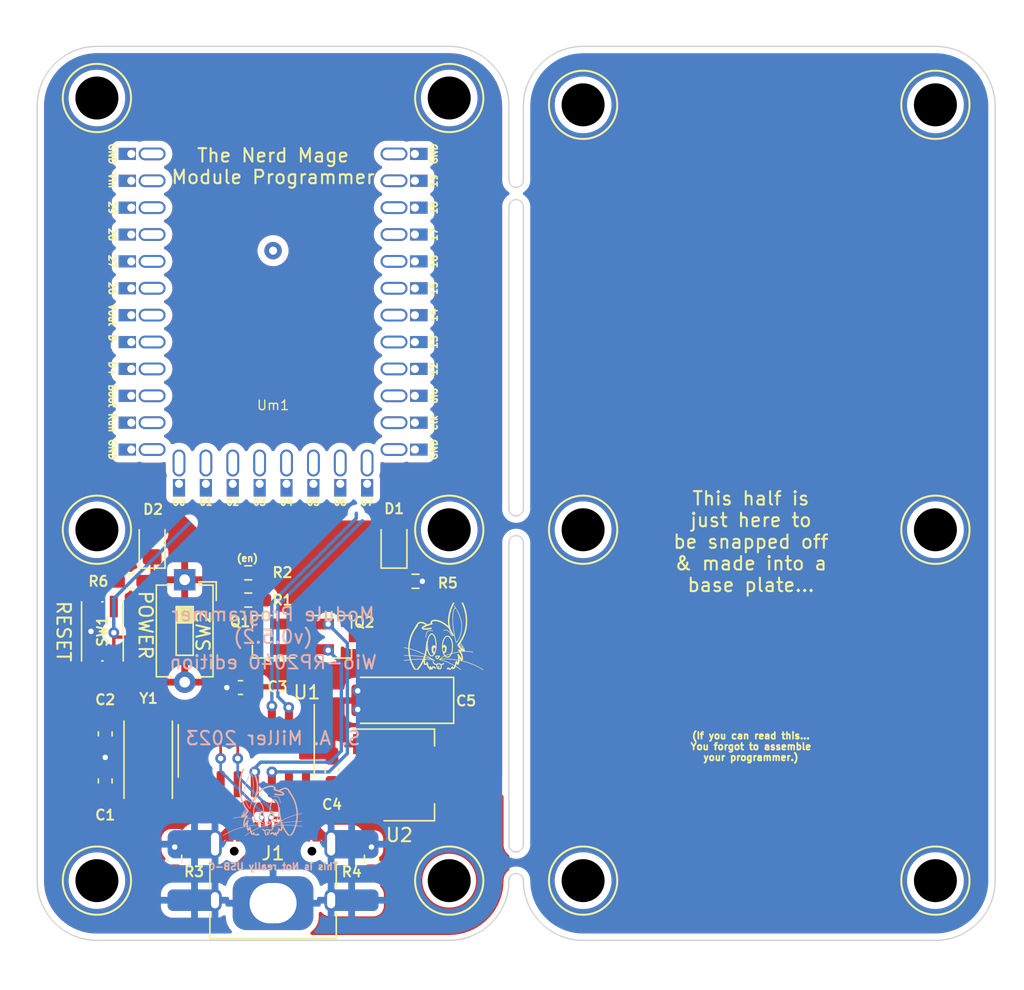
<source format=kicad_pcb>
(kicad_pcb (version 20211014) (generator pcbnew)
  (layers (0 "F.Cu" signal) (31 "B.Cu" signal) (34 "B.Paste" user) (35 "F.Paste" user) (36 "B.SilkS" user "B.Silkscreen") (37 "F.SilkS" user "F.Silkscreen") (38 "B.Mask" user) (39 "F.Mask" user) (44 "Edge.Cuts" user))
  (net 0 "")
  (net 1 "GND")
  (net 2 "Net-(C1-Pad1)")
  (net 3 "Net-(C2-Pad1)")
  (net 4 "RxD")
  (net 5 "TxD")
  (net 6 "RST")
  (net 7 "io0")
  (net 8 "DCD")
  (net 9 "RI")
  (net 10 "DSR")
  (net 11 "CTS")
  (net 12 "DTR")
  (net 13 "RTS")
  (net 14 "Vcc")
  (net 15 "UD+")
  (net 16 "UD-")
  (net 17 "+3.3V")
  (net 19 "EN")
  (net 20 "Vsw")
  (net 23 "CC1")
  (net 24 "CC2")
  (net 25 "Net-(D1-Pad1)")
  (net 26 "Net-(D2-Pad1)")
  (footprint "Tinker:Mount" (layer "F.Cu") (at 163.108 61.9)
    (fp_text reference "REF**" hide)
    (fp_text value "Mount" hide)
    (pad "" np_thru_hole circle (at 0 0) (size 3.2 3.2) (drill 3.2) (layers *.Mask))
  )
  (footprint "Tinker:C_0603_1608Metric_Pad1.08x0.95mm_HandSolder" (layer "F.Cu") (at 137.51 109.217455 -90)
    (fp_text reference "C2" (at -2.54 0) (layer "F.SilkS") (effects (font (size 0.75 0.75))))
    (fp_text value "20p")
    (pad "1" smd roundrect (at -1.0625 0 270) (size 1.275 0.95) (layers "F.Cu" "F.Paste" "F.Mask") (net 3 "Net-(C2-Pad1)"))
    (pad "2" smd roundrect (at 1.0625 0 270) (size 1.275 0.95) (layers "F.Cu" "F.Paste" "F.Mask") (net 1 "GND"))
  )
  (footprint "Capacitor_Tantalum_SMD:CP_EIA-6032-28_Kemet-C_Pad2.25x2.35mm_HandSolder" (layer "F.Cu") (at 159.505545 106.722019 180)
    (fp_text reference "C5" (at -4.857981 -0.04394) (layer "F.SilkS") (effects (font (size 0.75 0.75))))
    (fp_text value "22uf")
    (pad "1" smd roundrect (at -2.55 0 180) (size 2.25 2.35) (layers "F.Cu" "F.Paste" "F.Mask") (roundrect_rratio 0.1111111111) (net 17 "+3.3V"))
    (pad "2" smd roundrect (at 2.55 0 180) (size 2.25 2.35) (layers "F.Cu" "F.Paste" "F.Mask") (roundrect_rratio 0.1111111111) (net 1 "GND"))
  )
  (footprint "Tinker:Mount" (layer "F.Cu") (at 136.892 120.139455)
    (fp_text reference "REF**" hide)
    (fp_text value "Mount" hide)
    (pad "" np_thru_hole circle (at 0 0) (size 3.2 3.2) (drill 3.2) (layers *.Mask))
  )
  (footprint "Tinker:USB_C_Receptacle_HRO_TYPE-C-31-M-12" (layer "F.Cu") (at 150 120.547455)
    (fp_text reference "J1" (at 0 -2.44) (layer "F.SilkS"))
    (fp_text value "USB_C_Receptacle_USB2.0")
    (pad "" np_thru_hole circle (at -2.89 -2.6) (size 0.65 0.65) (drill 0.65) (layers *.Mask))
    (pad "" np_thru_hole circle (at 2.89 -2.6) (size 0.65 0.65) (drill 0.65) (layers *.Mask))
    (pad "A1" smd rect (at -3.25 -4.045) (size 0.6 1.45) (layers "F.Cu" "F.Paste" "F.Mask") (net 1 "GND"))
    (pad "A4" smd rect (at -2.45 -4.045) (size 0.6 1.45) (layers "F.Cu" "F.Paste" "F.Mask") (net 14 "Vcc"))
    (pad "A5" smd rect (at -1.25 -4.045) (size 0.3 1.45) (layers "F.Cu" "F.Paste" "F.Mask") (net 23 "CC1"))
    (pad "A6" smd rect (at -0.25 -4.045) (size 0.3 1.45) (layers "F.Cu" "F.Paste" "F.Mask") (net 15 "UD+"))
    (pad "A7" smd rect (at 0.25 -4.045) (size 0.3 1.45) (layers "F.Cu" "F.Paste" "F.Mask") (net 16 "UD-"))
    (pad "A8" smd rect (at 1.25 -4.045) (size 0.3 1.45) (layers "F.Cu" "F.Paste" "F.Mask"))
    (pad "A9" smd rect (at 2.45 -4.045) (size 0.6 1.45) (layers "F.Cu" "F.Paste" "F.Mask") (net 14 "Vcc"))
    (pad "A12" smd rect (at 3.25 -4.045) (size 0.6 1.45) (layers "F.Cu" "F.Paste" "F.Mask") (net 1 "GND"))
    (pad "B1" smd rect (at 3.25 -4.045) (size 0.6 1.45) (layers "F.Cu" "F.Paste" "F.Mask") (net 1 "GND"))
    (pad "B4" smd rect (at 2.45 -4.045) (size 0.6 1.45) (layers "F.Cu" "F.Paste" "F.Mask") (net 14 "Vcc"))
    (pad "B5" smd rect (at 1.75 -4.045) (size 0.3 1.45) (layers "F.Cu" "F.Paste" "F.Mask") (net 24 "CC2"))
    (pad "B6" smd rect (at 0.75 -4.045) (size 0.3 1.45) (layers "F.Cu" "F.Paste" "F.Mask") (net 15 "UD+"))
    (pad "B7" smd rect (at -0.75 -4.045) (size 0.3 1.45) (layers "F.Cu" "F.Paste" "F.Mask") (net 16 "UD-"))
    (pad "B8" smd rect (at -1.75 -4.045) (size 0.3 1.45) (layers "F.Cu" "F.Paste" "F.Mask"))
    (pad "B9" smd rect (at -2.45 -4.045) (size 0.6 1.45) (layers "F.Cu" "F.Paste" "F.Mask") (net 14 "Vcc"))
    (pad "B12" smd rect (at -3.25 -4.045) (size 0.6 1.45) (layers "F.Cu" "F.Paste" "F.Mask") (net 1 "GND"))
    (pad "S1" smd roundrect (at -5.846965 -3.118205) (size 4 2.1) (layers "B.Cu" "B.Paste" "B.Mask") (net 1 "GND"))
    (pad "S1" thru_hole oval (at 4.32 -3.13) (size 1 2.1) (drill oval 0.6 1.7) (layers *.Cu *.Mask) (net 1 "GND"))
    (pad "S1" smd roundrect (at 5.096965 -3.118205) (size 2.5 2.1) (layers "F.Cu" "F.Paste" "F.Mask") (net 1 "GND"))
    (pad "S1" smd roundrect (at -5.846965 1.05) (size 4 1.6) (layers "F.Cu" "F.Paste" "F.Mask") (net 1 "GND"))
    (pad "S1" smd roundrect (at -5.846965 1.05) (size 4 1.6) (layers "B.Cu" "B.Paste" "B.Mask") (net 1 "GND"))
    (pad "S1" thru_hole oval (at 4.32 1.05) (size 1 1.6) (drill oval 0.6 1.2) (layers *.Cu *.Mask) (net 1 "GND"))
    (pad "S1" thru_hole oval (at -4.32 1.05) (size 1 1.6) (drill oval 0.6 1.2) (layers *.Cu *.Mask) (net 1 "GND"))
    (pad "S1" thru_hole oval (at -4.32 -3.13) (size 1 2.1) (drill oval 0.6 1.7) (layers *.Cu *.Mask) (net 1 "GND"))
    (pad "S1" smd roundrect (at 5.846965 1.05) (size 4 1.6) (layers "B.Cu" "B.Paste" "B.Mask") (net 1 "GND"))
    (pad "S1" smd roundrect (at 5.846965 1.05) (size 4 1.6) (layers "F.Cu" "F.Paste" "F.Mask") (net 1 "GND"))
    (pad "S1" thru_hole roundrect (at 0 1.27 180) (size 6 4) (drill oval 3.5 3) (layers *.Cu *.Mask) (net 1 "GND"))
    (pad "S1" smd roundrect (at 5.846965 -3.118205) (size 4 2.1) (layers "B.Cu" "B.Paste" "B.Mask") (net 1 "GND"))
    (pad "S1" smd roundrect (at -5.096965 -3.118205) (size 2.5 2.1) (layers "F.Cu" "F.Paste" "F.Mask") (net 1 "GND"))
  )
  (footprint "Tinker:Mount" (layer "F.Cu") (at 199.288 94.029455)
    (fp_text reference "REF**" hide)
    (fp_text value "Mount" hide)
    (pad "" np_thru_hole circle (at 0 0) (size 3.2 3.2) (drill 3.2) (layers *.Mask))
  )
  (footprint "Tinker:R_0603_1608Metric_Pad0.98x0.95mm_HandSolder" (layer "F.Cu") (at 148.154241 97.233483)
    (fp_text reference "R2" (at 2.545759 -0.018765) (layer "F.SilkS") (effects (font (size 0.75 0.75))))
    (fp_text value "10K")
    (pad "1" smd roundrect (at -1.0625 0) (size 1.275 0.95) (layers "F.Cu" "F.Paste" "F.Mask") (net 20 "Vsw"))
    (pad "2" smd roundrect (at 1.0625 0) (size 1.275 0.95) (layers "F.Cu" "F.Paste" "F.Mask") (net 19 "EN"))
  )
  (footprint "Tinker:Wio_RP2040 (FlexyPin)" (layer "F.Cu") (at 150 72.06)
    (fp_text reference "Um1" (at 0 12.7) (layer "F.SilkS") (effects (font (size 0.719328 0.719328) (thickness 0.093472))))
    (fp_text value "Wio-RP2040")
    (fp_text user "04" (at 1 19.92 unlocked) (layer "F.SilkS") (effects (font (size 0.5 0.5) (thickness 0.125))))
    (fp_text user "D+" (at -11.98 10 -90 unlocked) (layer "F.SilkS") (effects (font (size 0.5 0.5) (thickness 0.125))))
    (fp_text user "28" (at -11.98 0 -90 unlocked) (layer "F.SilkS") (effects (font (size 0.5 0.5) (thickness 0.125))))
    (fp_text user "03" (at -1 19.92 unlocked) (layer "F.SilkS") (effects (font (size 0.5 0.5) (thickness 0.125))))
    (fp_text user "19" (at 11.98 -4 90 unlocked) (layer "F.SilkS") (effects (font (size 0.5 0.5) (thickness 0.125))))
    (fp_text user "GND" (at 11.98 16 90 unlocked) (layer "F.SilkS") (effects (font (size 0.5 0.5) (thickness 0.125))))
    (fp_text user "29" (at -11.98 -2 -90 unlocked) (layer "F.SilkS") (effects (font (size 0.5 0.5) (thickness 0.125))))
    (fp_text user "16" (at 11.98 2 90 unlocked) (layer "F.SilkS") (effects (font (size 0.5 0.5) (thickness 0.125))))
    (fp_text user "02" (at -3 19.92 unlocked) (layer "F.SilkS") (effects (font (size 0.5 0.5) (thickness 0.125))))
    (fp_text user "12" (at 11.98 10 90 unlocked) (layer "F.SilkS") (effects (font (size 0.5 0.5) (thickness 0.125))))
    (fp_text user "dio" (at 11.98 12 90 unlocked) (layer "F.SilkS") (effects (font (size 0.5 0.5) (thickness 0.125))))
    (fp_text user "GND" (at -11.98 -6 -90 unlocked) (layer "F.SilkS") (effects (font (size 0.5 0.5) (thickness 0.125))))
    (fp_text user "14" (at 11.98 6 90 unlocked) (layer "F.SilkS") (effects (font (size 0.5 0.5) (thickness 0.125))))
    (fp_text user "Run" (at -11.98 14 -90 unlocked) (layer "F.SilkS") (effects (font (size 0.5 0.5) (thickness 0.125))))
    (fp_text user "D-" (at -11.98 8 -90 unlocked) (layer "F.SilkS") (effects (font (size 0.5 0.5) (thickness 0.125))))
    (fp_text user "Vout" (at -11.98 6 -90 unlocked) (layer "F.SilkS") (effects (font (size 0.5 0.5) (thickness 0.125))))
    (fp_text user "00" (at -7 19.92 unlocked) (layer "F.SilkS") (effects (font (size 0.5 0.5) (thickness 0.125))))
    (fp_text user "06" (at 5 19.92 unlocked) (layer "F.SilkS") (effects (font (size 0.5 0.5) (thickness 0.125))))
    (fp_text user "15" (at 11.98 4 90 unlocked) (layer "F.SilkS") (effects (font (size 0.5 0.5) (thickness 0.125))))
    (fp_text user "13" (at 11.98 8 90 unlocked) (layer "F.SilkS") (effects (font (size 0.5 0.5) (thickness 0.125))))
    (fp_text user "GND" (at -11.98 16 -90 unlocked) (layer "F.SilkS") (effects (font (size 0.5 0.5) (thickness 0.125))))
    (fp_text user "17" (at 11.98 0 90 unlocked) (layer "F.SilkS") (effects (font (size 0.5 0.5) (thickness 0.125))))
    (fp_text user "27" (at -11.98 2 -90 unlocked) (layer "F.SilkS") (effects (font (size 0.5 0.5) (thickness 0.125))))
    (fp_text user "18" (at 11.98 -2 90 unlocked) (layer "F.SilkS") (effects (font (size 0.5 0.5) (thickness 0.125))))
    (fp_text user "07" (at 7 19.92 unlocked) (layer "F.SilkS") (effects (font (size 0.5 0.5) (thickness 0.125))))
    (fp_text user "26" (at -11.98 4 -90 unlocked) (layer "F.SilkS") (effects (font (size 0.5 0.5) (thickness 0.125))))
    (fp_text user "01" (at -5 19.92 unlocked) (layer "F.SilkS") (effects (font (size 0.5 0.5) (thickness 0.125))))
    (fp_text user "clk" (at 11.98 14 90 unlocked) (layer "F.SilkS") (effects (font (size 0.5 0.5) (thickness 0.125))))
    (fp_text user "05" (at 3 19.92 unlocked) (layer "F.SilkS") (effects (font (size 0.5 0.5) (thickness 0.125))))
    (fp_text user "GND" (at 11.98 -6 90 unlocked) (layer "F.SilkS") (effects (font (size 0.5 0.5) (thickness 0.125))))
    (fp_text user "Vin" (at -11.98 -4 -90 unlocked) (layer "F.SilkS") (effects (font (size 0.5 0.5) (thickness 0.125))))
    (fp_text user "Boot" (at -11.98 12 -90 unlocked) (layer "F.SilkS") (effects (font (size 0.5 0.5) (thickness 0.125))))
    (pad "1" thru_hole oval (at -9 -6) (size 2 0.95) (drill oval 1.7 0.65) (layers *.Cu *.Mask))
    (pad "1" thru_hole rect (at -10.55 -6) (size 1.3 0.9) (drill 0.6 (offset -0.3 0)) (layers *.Cu *.Mask))
    (pad "2" thru_hole oval (at -9 -4) (size 2 0.95) (drill oval 1.7 0.65) (layers *.Cu *.Mask))
    (pad "2" thru_hole rect (at -10.55 -4) (size 1.3 0.9) (drill 0.6 (offset -0.3 0)) (layers *.Cu *.Mask))
    (pad "3" thru_hole rect (at -10.55 -2) (size 1.3 0.9) (drill 0.6 (offset -0.3 0)) (layers *.Cu *.Mask))
    (pad "3" thru_hole oval (at -9 -2) (size 2 0.95) (drill oval 1.7 0.65) (layers *.Cu *.Mask))
    (pad "4" thru_hole rect (at -10.55 0) (size 1.3 0.9) (drill 0.6 (offset -0.3 0)) (layers *.Cu *.Mask))
    (pad "4" thru_hole oval (at -9 0) (size 2 0.95) (drill oval 1.7 0.65) (layers *.Cu *.Mask))
    (pad "5" thru_hole oval (at -9 2) (size 2 0.95) (drill oval 1.7 0.65) (layers *.Cu *.Mask))
    (pad "5" thru_hole rect (at -10.55 2) (size 1.3 0.9) (drill 0.6 (offset -0.3 0)) (layers *.Cu *.Mask))
    (pad "6" thru_hole oval (at -9 4) (size 2 0.95) (drill oval 1.7 0.65) (layers *.Cu *.Mask))
    (pad "6" thru_hole rect (at -10.55 4) (size 1.3 0.9) (drill 0.6 (offset -0.3 0)) (layers *.Cu *.Mask))
    (pad "7" thru_hole rect (at -10.55 6) (size 1.3 0.9) (drill 0.6 (offset -0.3 0)) (layers *.Cu *.Mask))
    (pad "7" thru_hole oval (at -9 6) (size 2 0.95) (drill oval 1.7 0.65) (layers *.Cu *.Mask))
    (pad "8" thru_hole rect (at -10.55 8) (size 1.3 0.9) (drill 0.6 (offset -0.3 0)) (layers *.Cu *.Mask))
    (pad "8" thru_hole oval (at -9 8) (size 2 0.95) (drill oval 1.7 0.65) (layers *.Cu *.Mask))
    (pad "9" thru_hole rect (at -10.55 10) (size 1.3 0.9) (drill 0.6 (offset -0.3 0)) (layers *.Cu *.Mask))
    (pad "9" thru_hole oval (at -9 10) (size 2 0.95) (drill oval 1.7 0.65) (layers *.Cu *.Mask))
    (pad "10" thru_hole rect (at -10.55 12) (size 1.3 0.9) (drill 0.6 (offset -0.3 0)) (layers *.Cu *.Mask))
    (pad "10" thru_hole oval (at -9 12) (size 2 0.95) (drill oval 1.7 0.65) (layers *.Cu *.Mask))
    (pad "11" thru_hole rect (at -10.55 14) (size 1.3 0.9) (drill 0.6 (offset -0.3 0)) (layers *.Cu *.Mask))
    (pad "11" thru_hole oval (at -9 14) (size 2 0.95) (drill oval 1.7 0.65) (layers *.Cu *.Mask))
    (pad "12" thru_hole rect (at -10.55 16) (size 1.3 0.9) (drill 0.6 (offset -0.3 0)) (layers *.Cu *.Mask))
    (pad "12" thru_hole oval (at -9 16) (size 2 0.95) (drill oval 1.7 0.65) (layers *.Cu *.Mask))
    (pad "13" thru_hole rect (at 7 18.55 90) (size 1.3 0.9) (drill 0.6 (offset -0.3 0)) (layers *.Cu *.Mask))
    (pad "13" thru_hole rect (at -5 18.55 90) (size 1.3 0.9) (drill 0.6 (offset -0.3 0)) (layers *.Cu *.Mask))
    (pad "13" thru_hole rect (at 3 18.55 90) (size 1.3 0.9) (drill 0.6 (offset -0.3 0)) (layers *.Cu *.Mask))
    (pad "13" thru_hole rect (at -1 18.55 90) (size 1.3 0.9) (drill 0.6 (offset -0.3 0)) (layers *.Cu *.Mask))
    (pad "13" thru_hole rect (at -3 18.55 90) (size 1.3 0.9) (drill 0.6 (offset -0.3 0)) (layers *.Cu *.Mask))
    (pad "13" thru_hole oval (at -7 17 90) (size 2 0.95) (drill oval 1.7 0.65) (layers *.Cu *.Mask))
    (pad "13" thru_hole rect (at 1 18.55 90) (size 1.3 0.9) (drill 0.6 (offset -0.3 0)) (layers *.Cu *.Mask))
    (pad "13" thru_hole rect (at 5 18.55 90) (size 1.3 0.9) (drill 0.6 (offset -0.3 0)) (layers *.Cu *.Mask))
    (pad "13" thru_hole rect (at -7 18.55 90) (size 1.3 0.9) (drill 0.6 (offset -0.3 0)) (layers *.Cu *.Mask))
    (pad "14" thru_hole oval (at -5 17 90) (size 2 0.95) (drill oval 1.7 0.65) (layers *.Cu *.Mask))
    (pad "15" thru_hole oval (at -3 17 90) (size 2 0.95) (drill oval 1.7 0.65) (layers *.Cu *.Mask))
    (pad "16" thru_hole oval (at -1 17 90) (size 2 0.95) (drill oval 1.7 0.65) (layers *.Cu *.Mask))
    (pad "17" thru_hole oval (at 1 17 90) (size 2 0.95) (drill oval 1.7 0.65) (layers *.Cu *.Mask))
    (pad "18" thru_hole oval (at 3 17 90) (size 2 0.95) (drill oval 1.7 0.65) (layers *.Cu *.Mask))
    (pad "19" thru_hole oval (at 5 17 90) (size 2 0.95) (drill oval 1.7 0.65) (layers *.Cu *.Mask))
    (pad "20" thru_hole oval (at 7 17 90) (size 2 0.95) (drill oval 1.7 0.65) (layers *.Cu *.Mask))
    (pad "21" thru_hole rect (at 10.55 16 180) (size 1.3 0.9) (drill 0.6 (offset -0.3 0)) (layers *.Cu *.Mask))
    (pad "21" thru_hole oval (at 9 16 180) (size 2 0.95) (drill oval 1.7 0.65) (layers *.Cu *.Mask))
    (pad "22" thru_hole rect (at 10.55 14 180) (size 1.3 0.9) (drill 0.6 (offset -0.3 0)) (layers *.Cu *.Mask))
    (pad "22" thru_hole oval (at 9 14 180) (size 2 0.95) (drill oval 1.7 0.65) (layers *.Cu *.Mask))
    (pad "23" thru_hole oval (at 9 12 180) (size 2 0.95) (drill oval 1.7 0.65) (layers *.Cu *.Mask))
    (pad "23" thru_hole rect (at 10.55 12 180) (size 1.3 0.9) (drill 0.6 (offset -0.3 0)) (layers *.Cu *.Mask))
    (pad "24" thru_hole oval (at 9 10 180) (size 2 0.95) (drill oval 1.7 0.65) (layers *.Cu *.Mask))
    (pad "24" thru_hole rect (at 10.55 10 180) (size 1.3 0.9) (drill 0.6 (offset -0.3 0)) (layers *.Cu *.Mask))
    (pad "25" thru_hole oval (at 9 8 180) (size 2 0.95) (drill oval 1.7 0.65) (layers *.Cu *.Mask))
    (pad "25" thru_hole rect (at 10.55 8 180) (size 1.3 0.9) (drill 0.6 (offset -0.3 0)) (layers *.Cu *.Mask))
    (pad "26" thru_hole rect (at 10.55 6 180) (size 1.3 0.9) (drill 0.6 (offset -0.3 0)) (layers *.Cu *.Mask))
    (pad "26" thru_hole oval (at 9 6 180) (size 2 0.95) (drill oval 1.7 0.65) (layers *.Cu *.Mask))
    (pad "27" thru_hole oval (at 9 4 180) (size 2 0.95) (drill oval 1.7 0.65) (layers *.Cu *.Mask))
    (pad "27" thru_hole rect (at 10.55 4 180) (size 1.3 0.9) (drill 0.6 (offset -0.3 0)) (layers *.Cu *.Mask))
    (pad "28" thru_hole oval (at 9 2 180) (size 2 0.95) (drill oval 1.7 0.65) (layers *.Cu *.Mask))
    (pad "28" thru_hole rect (at 10.55 2 180) (size 1.3 0.9) (drill 0.6 (offset -0.3 0)) (layers *.Cu *.Mask))
    (pad "29" thru_hole rect (at 10.55 0 180) (size 1.3 0.9) (drill 0.6 (offset -0.3 0)) (layers *.Cu *.Mask))
    (pad "29" thru_hole oval (at 9 0 180) (size 2 0.95) (drill oval 1.7 0.65) (layers *.Cu *.Mask))
    (pad "30" thru_hole oval (at 9 -2 180) (size 2 0.95) (drill oval 1.7 0.65) (layers *.Cu *.Mask))
    (pad "30" thru_hole rect (at 10.55 -2 180) (size 1.3 0.9) (drill 0.6 (offset -0.3 0)) (layers *.Cu *.Mask))
    (pad "31" thru_hole rect (at 10.55 -4 180) (size 1.3 0.9) (drill 0.6 (offset -0.3 0)) (layers *.Cu *.Mask))
    (pad "31" thru_hole oval (at 9 -4 180) (size 2 0.95) (drill oval 1.7 0.65) (layers *.Cu *.Mask))
    (pad "32" thru_hole rect (at 10.55 -6 180) (size 1.3 0.9) (drill 0.6 (offset -0.3 0)) (layers *.Cu *.Mask))
    (pad "32" thru_hole oval (at 9 -6 180) (size 2 0.95) (drill oval 1.7 0.65) (layers *.Cu *.Mask))
    (pad "33" thru_hole circle (at 0 1.2 90) (size 1.3 1.3) (drill 0.6) (layers *.Cu))
  )
  (footprint "Tinker:Mount" (layer "F.Cu") (at 163.108 120.139455)
    (fp_text reference "REF**" hide)
    (fp_text value "Mount" hide)
    (pad "" np_thru_hole circle (at 0 0) (size 3.2 3.2) (drill 3.2) (layers *.Mask))
  )
  (footprint "Crystal:Crystal_SMD_5032-2Pin_5.0x3.2mm" (layer "F.Cu") (at 140.706663 110.967455 90)
    (fp_text reference "Y1" (at 4.39 0.031943) (layer "F.SilkS") (effects (font (size 0.75 0.75))))
    (fp_text value "12M")
    (pad "1" smd rect (at -2.35 0 90) (size 3 2.4) (layers "F.Cu" "F.Paste" "F.Mask") (net 2 "Net-(C1-Pad1)"))
    (pad "2" smd rect (at 2.35 0 90) (size 3 2.4) (layers "F.Cu" "F.Paste" "F.Mask") (net 3 "Net-(C2-Pad1)"))
  )
  (footprint "Tinker:Mount" (layer "F.Cu") (at 173.072 120.139455)
    (fp_text reference "REF**" hide)
    (fp_text value "Mount" hide)
    (pad "" np_thru_hole circle (at 0 0) (size 3.2 3.2) (drill 3.2) (layers *.Mask))
  )
  (footprint "Package_TO_SOT_SMD:SOT-23_Handsoldering" (layer "F.Cu") (at 149.221453 101.990491 180)
    (fp_text reference "Q1" (at 1.674448 1.113434) (layer "F.SilkS") (effects (font (size 0.75 0.75))))
    (fp_text value "MMBT3904")
    (pad "1" smd rect (at -1.5 -0.95 180) (size 1.9 0.8) (layers "F.Cu" "F.Paste" "F.Mask") (net 12 "DTR"))
    (pad "2" smd rect (at -1.5 0.95 180) (size 1.9 0.8) (layers "F.Cu" "F.Paste" "F.Mask") (net 13 "RTS"))
    (pad "3" smd rect (at 1.5 0 180) (size 1.9 0.8) (layers "F.Cu" "F.Paste" "F.Mask") (net 6 "RST"))
  )
  (footprint "Tinker:R_0603_1608Metric_Pad0.98x0.95mm_HandSolder" (layer "F.Cu") (at 142.68 118.507455 90)
    (fp_text reference "R3" (at -0.9668 1.439812) (layer "F.SilkS") (effects (font (size 0.75 0.75))))
    (fp_text value "5k1")
    (pad "1" smd roundrect (at -1.0625 0 90) (size 1.275 0.95) (layers "F.Cu" "F.Paste" "F.Mask") (net 23 "CC1"))
    (pad "2" smd roundrect (at 1.0625 0 90) (size 1.275 0.95) (layers "F.Cu" "F.Paste" "F.Mask") (net 1 "GND"))
  )
  (footprint "Tinker:SW_DIP_SPSTx01_Slide_6.7x4.1mm_W7.62mm_P2.54mm_LowProfile" (layer "F.Cu") (at 143.42259 101.559652 -90)
    (fp_text reference "SW2" (at 0.0005 -1.41 90) (layer "F.SilkS"))
    (fp_text value "SW_DIP_x01")
    (pad "1" thru_hole rect (at -3.81 0 270) (size 1.6 1.6) (drill 0.8) (layers *.Cu *.Mask) (net 20 "Vsw"))
    (pad "2" thru_hole oval (at 3.81 0 270) (size 1.6 1.6) (drill 0.8) (layers *.Cu *.Mask) (net 17 "+3.3V"))
  )
  (footprint "Tinker:R_0603_1608Metric_Pad0.98x0.95mm_HandSolder" (layer "F.Cu") (at 157.32 118.507455 90)
    (fp_text reference "R4" (at -0.979818 -1.470937) (layer "F.SilkS") (effects (font (size 0.75 0.75))))
    (fp_text value "5k1")
    (pad "1" smd roundrect (at -1.0625 0 90) (size 1.275 0.95) (layers "F.Cu" "F.Paste" "F.Mask") (net 24 "CC2"))
    (pad "2" smd roundrect (at 1.0625 0 90) (size 1.275 0.95) (layers "F.Cu" "F.Paste" "F.Mask") (net 1 "GND"))
  )
  (footprint "Tinker:Mount" (layer "F.Cu") (at 136.892 94.029455)
    (fp_text reference "REF**" hide)
    (fp_text value "Mount" hide)
    (pad "" np_thru_hole circle (at 0 0) (size 3.2 3.2) (drill 3.2) (layers *.Mask))
  )
  (footprint "Tinker:C_0603_1608Metric_Pad1.08x0.95mm_HandSolder" (layer "F.Cu") (at 154.387518 111.930933 90)
    (fp_text reference "C4" (at -2.54 0) (layer "F.SilkS") (effects (font (size 0.75 0.75))))
    (fp_text value "100nf")
    (pad "1" smd roundrect (at -1.0625 0 90) (size 1.275 0.95) (layers "F.Cu" "F.Paste" "F.Mask") (net 14 "Vcc"))
    (pad "2" smd roundrect (at 1.0625 0 90) (size 1.275 0.95) (layers "F.Cu" "F.Paste" "F.Mask") (net 1 "GND"))
  )
  (footprint "Package_SO:SOIC-16_3.9x9.9mm_P1.27mm" (layer "F.Cu") (at 148.005 110.487455 -90)
    (fp_text reference "U1" (at -4.358951 -4.515147) (layer "F.SilkS"))
    (fp_text value "CH340G")
    (pad "1" smd roundrect (at -2.475 -4.445 270) (size 1.95 0.6) (layers "F.Cu" "F.Paste" "F.Mask") (net 1 "GND"))
    (pad "2" smd roundrect (at -2.475 -3.175 270) (size 1.95 0.6) (layers "F.Cu" "F.Paste" "F.Mask") (net 4 "RxD"))
    (pad "3" smd roundrect (at -2.475 -1.905 270) (size 1.95 0.6) (layers "F.Cu" "F.Paste" "F.Mask") (net 5 "TxD"))
    (pad "4" smd roundrect (at -2.475 -0.635 270) (size 1.95 0.6) (layers "F.Cu" "F.Paste" "F.Mask") (net 17 "+3.3V"))
    (pad "5" smd roundrect (at -2.475 0.635 270) (size 1.95 0.6) (layers "F.Cu" "F.Paste" "F.Mask") (net 15 "UD+"))
    (pad "6" smd roundrect (at -2.475 1.905 270) (size 1.95 0.6) (layers "F.Cu" "F.Paste" "F.Mask") (net 16 "UD-"))
    (pad "7" smd roundrect (at -2.475 3.175 270) (size 1.95 0.6) (layers "F.Cu" "F.Paste" "F.Mask") (net 2 "Net-(C1-Pad1)"))
    (pad "8" smd roundrect (at -2.475 4.445 270) (size 1.95 0.6) (layers "F.Cu" "F.Paste" "F.Mask") (net 3 "Net-(C2-Pad1)"))
    (pad "9" smd roundrect (at 2.475 4.445 270) (size 1.95 0.6) (layers "F.Cu" "F.Paste" "F.Mask") (net 11 "CTS"))
    (pad "10" smd roundrect (at 2.475 3.175 270) (size 1.95 0.6) (layers "F.Cu" "F.Paste" "F.Mask") (net 10 "DSR"))
    (pad "11" smd roundrect (at 2.475 1.905 270) (size 1.95 0.6) (layers "F.Cu" "F.Paste" "F.Mask") (net 9 "RI"))
    (pad "12" smd roundrect (at 2.475 0.635 270) (size 1.95 0.6) (layers "F.Cu" "F.Paste" "F.Mask") (net 8 "DCD"))
    (pad "13" smd roundrect (at 2.475 -0.635 270) (size 1.95 0.6) (layers "F.Cu" "F.Paste" "F.Mask") (net 12 "DTR"))
    (pad "14" smd roundrect (at 2.475 -1.905 270) (size 1.95 0.6) (layers "F.Cu" "F.Paste" "F.Mask") (net 13 "RTS"))
    (pad "15" smd roundrect (at 2.475 -3.175 270) (size 1.95 0.6) (layers "F.Cu" "F.Paste" "F.Mask"))
    (pad "16" smd roundrect (at 2.475 -4.445 270) (size 1.95 0.6) (layers "F.Cu" "F.Paste" "F.Mask") (net 14 "Vcc"))
  )
  (footprint "Tinker:R_0603_1608Metric_Pad0.98x0.95mm_HandSolder" (layer "F.Cu") (at 160.6 97.862287)
    (fp_text reference "R5" (at 2.4 0.134539 180) (layer "F.SilkS") (effects (font (size 0.75 0.75))))
    (fp_text value "2K2")
    (pad "1" smd roundrect (at -1.0625 0) (size 1.275 0.95) (layers "F.Cu" "F.Paste" "F.Mask") (net 25 "Net-(D1-Pad1)"))
    (pad "2" smd roundrect (at 1.0625 0) (size 1.275 0.95) (layers "F.Cu" "F.Paste" "F.Mask") (net 1 "GND"))
  )
  (footprint "Rabbit:rabbit" (layer "F.Cu") (at 163.073996 101.952784)
    (fp_text reference "G***" hide)
    (fp_text value "LOGO" hide)
  )
  (footprint "Tinker:Mount" (layer "F.Cu") (at 173.072 62.407993)
    (fp_text reference "REF**" hide)
    (fp_text value "Mount" hide)
    (pad "" np_thru_hole circle (at 0 0) (size 3.2 3.2) (drill 3.2) (layers *.Mask))
  )
  (footprint "Tinker:Mount" (layer "F.Cu") (at 173.072 94.029455)
    (fp_text reference "REF**" hide)
    (fp_text value "Mount" hide)
    (pad "" np_thru_hole circle (at 0 0) (size 3.2 3.2) (drill 3.2) (layers *.Mask))
  )
  (footprint "Tinker:SW_Push_TS273014TP" (layer "F.Cu") (at 137.3 101.590491 -90)
    (fp_text reference "SW1" (at 0 0 90) (layer "F.SilkS") (effects (font (size 0.75 0.75))))
    (fp_text value "SW_Push")
    (pad "1" smd rect (at -1.85 -0.85 270) (size 1.6 0.6) (layers "F.Cu" "F.Paste" "F.Mask") (net 6 "RST"))
    (pad "1" smd rect (at 1.85 -0.85 270) (size 1.6 0.6) (layers "F.Cu" "F.Paste" "F.Mask") (net 6 "RST"))
    (pad "2" smd rect (at -1.85 0.85 270) (size 1.6 0.6) (layers "F.Cu" "F.Paste" "F.Mask") (net 1 "GND"))
    (pad "2" smd rect (at 1.85 0.85 270) (size 1.6 0.6) (layers "F.Cu" "F.Paste" "F.Mask") (net 1 "GND"))
  )
  (footprint "Tinker:Mount" (layer "F.Cu") (at 136.892 61.9)
    (fp_text reference "REF**" hide)
    (fp_text value "Mount" hide)
    (pad "" np_thru_hole circle (at 0 0) (size 3.2 3.2) (drill 3.2) (layers *.Mask))
  )
  (footprint "Package_TO_SOT_SMD:SOT-23_Handsoldering" (layer "F.Cu") (at 155.08 101.994172)
    (fp_text reference "Q2" (at 1.710332 -1.073861) (layer "F.SilkS") (effects (font (size 0.75 0.75))))
    (fp_text value "MMBT3904")
    (pad "1" smd rect (at -1.5 -0.95) (size 1.9 0.8) (layers "F.Cu" "F.Paste" "F.Mask") (net 13 "RTS"))
    (pad "2" smd rect (at -1.5 0.95) (size 1.9 0.8) (layers "F.Cu" "F.Paste" "F.Mask") (net 12 "DTR"))
    (pad "3" smd rect (at 1.5 0) (size 1.9 0.8) (layers "F.Cu" "F.Paste" "F.Mask") (net 7 "io0"))
  )
  (footprint "Tinker:R_0603_1608Metric_Pad0.98x0.95mm_HandSolder" (layer "F.Cu") (at 139.4 97.862287 180)
    (fp_text reference "R6" (at 2.4 -0.00632 180) (layer "F.SilkS") (effects (font (size 0.75 0.75))))
    (fp_text value "2K2")
    (pad "1" smd roundrect (at -1.0625 0 180) (size 1.275 0.95) (layers "F.Cu" "F.Paste" "F.Mask") (net 26 "Net-(D2-Pad1)"))
    (pad "2" smd roundrect (at 1.0625 0 180) (size 1.275 0.95) (layers "F.Cu" "F.Paste" "F.Mask") (net 1 "GND"))
  )
  (footprint "Tinker:Mount" (layer "F.Cu") (at 199.288 62.407993)
    (fp_text reference "REF**" hide)
    (fp_text value "Mount" hide)
    (pad "" np_thru_hole circle (at 0 0) (size 3.2 3.2) (drill 3.2) (layers *.Mask))
  )
  (footprint "LED_SMD:LED_0805_2012Metric_Pad1.15x1.40mm_HandSolder" (layer "F.Cu") (at 159 95.025 90)
    (fp_text reference "D1" (at 2.560701 0.00966) (layer "F.SilkS") (effects (font (size 0.75 0.75))))
    (fp_text value "LED")
    (pad "1" smd roundrect (at -1.025 0 90) (size 1.15 1.4) (layers "F.Cu" "F.Paste" "F.Mask") (roundrect_rratio 0.2173913043) (net 25 "Net-(D1-Pad1)"))
    (pad "2" smd roundrect (at 1.025 0 90) (size 1.15 1.4) (layers "F.Cu" "F.Paste" "F.Mask") (roundrect_rratio 0.2173913043) (net 17 "+3.3V"))
  )
  (footprint "Tinker:C_0603_1608Metric_Pad1.08x0.95mm_HandSolder" (layer "F.Cu") (at 137.51 112.717455 90)
    (fp_text reference "C1" (at -2.54 0) (layer "F.SilkS") (effects (font (size 0.75 0.75))))
    (fp_text value "20p")
    (pad "1" smd roundrect (at -1.0625 0 90) (size 1.275 0.95) (layers "F.Cu" "F.Paste" "F.Mask") (net 2 "Net-(C1-Pad1)"))
    (pad "2" smd roundrect (at 1.0625 0 90) (size 1.275 0.95) (layers "F.Cu" "F.Paste" "F.Mask") (net 1 "GND"))
  )
  (footprint "LED_SMD:LED_0805_2012Metric_Pad1.15x1.40mm_HandSolder" (layer "F.Cu") (at 141 95.025 90)
    (fp_text reference "D2" (at 2.511709 0.071764 180) (layer "F.SilkS") (effects (font (size 0.75 0.75))))
    (fp_text value "LED")
    (pad "1" smd roundrect (at -1.025 0 90) (size 1.15 1.4) (layers "F.Cu" "F.Paste" "F.Mask") (roundrect_rratio 0.2173913043) (net 26 "Net-(D2-Pad1)"))
    (pad "2" smd roundrect (at 1.025 0 90) (size 1.15 1.4) (layers "F.Cu" "F.Paste" "F.Mask") (roundrect_rratio 0.2173913043) (net 20 "Vsw"))
  )
  (footprint "Tinker:Mount" (layer "F.Cu") (at 199.288 120.139455)
    (fp_text reference "REF**" hide)
    (fp_text value "Mount" hide)
    (pad "" np_thru_hole circle (at 0 0) (size 3.2 3.2) (drill 3.2) (layers *.Mask))
  )
  (footprint "Package_TO_SOT_SMD:SOT-223-3_TabPin2" (layer "F.Cu") (at 160.105545 112.273364)
    (fp_text reference "U2" (at -0.711477 4.476729) (layer "F.SilkS"))
    (fp_text value "AMS1117-3.3")
    (pad "1" smd rect (at -3.15 -2.3) (size 2 1.5) (layers "F.Cu" "F.Paste" "F.Mask") (net 1 "GND"))
    (pad "2" smd rect (at -3.15 0) (size 2 1.5) (layers "F.Cu" "F.Paste" "F.Mask") (net 17 "+3.3V"))
    (pad "2" smd rect (at 3.15 0) (size 2 3.8) (layers "F.Cu" "F.Paste" "F.Mask") (net 17 "+3.3V"))
    (pad "3" smd rect (at -3.15 2.3) (size 2 1.5) (layers "F.Cu" "F.Paste" "F.Mask") (net 14 "Vcc"))
  )
  (footprint "Tinker:C_0603_1608Metric_Pad1.08x0.95mm_HandSolder" (layer "F.Cu") (at 147.57359 105.77372 180)
    (fp_text reference "C3" (at -2.75772 0.06892) (layer "F.SilkS") (effects (font (size 0.75 0.75))))
    (fp_text value "10nf")
    (pad "1" smd roundrect (at -1.0625 0 180) (size 1.275 0.95) (layers "F.Cu" "F.Paste" "F.Mask") (net 17 "+3.3V"))
    (pad "2" smd roundrect (at 1.0625 0 180) (size 1.275 0.95) (layers "F.Cu" "F.Paste" "F.Mask") (net 1 "GND"))
  )
  (footprint "Tinker:R_0603_1608Metric_Pad0.98x0.95mm_HandSolder" (layer "F.Cu") (at 148.154241 99.262498)
    (fp_text reference "R1" (at 2.545759 0.006202) (layer "F.SilkS") (effects (font (size 0.75 0.75))))
    (fp_text value "10K")
    (pad "1" smd roundrect (at -1.0625 0) (size 1.275 0.95) (layers "F.Cu" "F.Paste" "F.Mask") (net 20 "Vsw"))
    (pad "2" smd roundrect (at 1.0625 0) (size 1.275 0.95) (layers "F.Cu" "F.Paste" "F.Mask") (net 6 "RST"))
  )
  (footprint "Tinker:Mount" (layer "F.Cu") (at 163.108 94.029455)
    (fp_text reference "REF**" hide)
    (fp_text value "Mount" hide)
    (pad "" np_thru_hole circle (at 0 0) (size 3.2 3.2) (drill 3.2) (layers *.Mask))
  )
  (footprint "Rabbit:rabbit" (layer "B.Cu") (at 148.83 114.297455 180)
    (fp_text reference "G***" hide)
    (fp_text value "LOGO" hide)
  )
  (gr_line (start 163.108 58.058083) (end 136.892001 58.058084) (layer "Edge.Cuts") (width 0.1))
  (gr_arc (start 132.447 62.503085) (mid 133.748933 59.360036) (end 136.892001 58.058084) (layer "Edge.Cuts") (width 0.1))
  (gr_arc (start 203.733 120.139454) (mid 202.431112 123.282566) (end 199.288 124.584454) (layer "Edge.Cuts") (width 0.1))
  (gr_line (start 203.733001 68.014636) (end 203.733001 62.503083) (layer "Edge.Cuts") (width 0.1))
  (gr_arc (start 168.627 62.503084) (mid 169.928927 59.359999) (end 173.072001 58.058083) (layer "Edge.Cuts") (width 0.1))
  (gr_arc (start 199.288 58.058082) (mid 202.431113 59.359989) (end 203.733001 62.503083) (layer "Edge.Cuts") (width 0.1))
  (gr_arc (start 173.072 124.584454) (mid 169.92892 123.282534) (end 168.627 120.139454) (layer "Edge.Cuts") (width 0.1))
  (gr_arc (start 167.553 120.139454) (mid 166.25109 123.282544) (end 163.108 124.584454) (layer "Edge.Cuts") (width 0.1))
  (gr_line (start 203.733 120.139454) (end 203.733001 68.014636) (layer "Edge.Cuts") (width 0.1))
  (gr_arc (start 168.627 92.463) (mid 168.09 93) (end 167.553 92.463) (layer "Edge.Cuts") (width 0.1))
  (gr_arc (start 167.553 95) (mid 168.09 94.463) (end 168.627 95) (layer "Edge.Cuts") (width 0.1))
  (gr_arc (start 163.108 58.058083) (mid 166.251078 59.359996) (end 167.553001 62.503084) (layer "Edge.Cuts") (width 0.1))
  (gr_arc (start 167.553 70) (mid 168.09 69.463) (end 168.627 70) (layer "Edge.Cuts") (width 0.1))
  (gr_arc (start 167.553 120.139454) (mid 168.09 119.602454) (end 168.627 120.139454) (layer "Edge.Cuts") (width 0.1))
  (gr_line (start 168.627 95) (end 168.627 117.463) (layer "Edge.Cuts") (width 0.1))
  (gr_line (start 136.892 124.584454) (end 163.108 124.584454) (layer "Edge.Cuts") (width 0.1))
  (gr_arc (start 168.627 117.463) (mid 168.09 118) (end 167.553 117.463) (layer "Edge.Cuts") (width 0.1))
  (gr_line (start 199.288 58.058082) (end 173.072001 58.058083) (layer "Edge.Cuts") (width 0.1))
  (gr_line (start 167.553 68.014637) (end 167.553001 62.503084) (layer "Edge.Cuts") (width 0.1))
  (gr_line (start 173.072 124.584454) (end 199.288 124.584454) (layer "Edge.Cuts") (width 0.1))
  (gr_arc (start 168.627 68.014637) (mid 168.09 68.551637) (end 167.553 68.014637) (layer "Edge.Cuts") (width 0.1))
  (gr_line (start 132.447 68.014637) (end 132.447 62.503085) (layer "Edge.Cuts") (width 0.1))
  (gr_line (start 168.627 68.014637) (end 168.627 62.503084) (layer "Edge.Cuts") (width 0.1))
  (gr_line (start 132.447 68.014637) (end 132.447 120.139454) (layer "Edge.Cuts") (width 0.1))
  (gr_line (start 167.553 92.463) (end 167.553 70) (layer "Edge.Cuts") (width 0.1))
  (gr_arc (start 136.892 124.584454) (mid 133.748911 123.282544) (end 132.447 120.139454) (layer "Edge.Cuts") (width 0.1))
  (gr_line (start 167.553 95) (end 167.553 117.463) (layer "Edge.Cuts") (width 0.1))
  (gr_line (start 168.627 70) (end 168.627 92.463) (layer "Edge.Cuts") (width 0.1))
  (gr_text "Wio-RP2040 edition" (at 150 103.896439) (layer "B.SilkS") (effects (font (size 1 1)) (justify mirror)))
  (gr_text "Module Programmer" (at 150 100.327455) (layer "B.SilkS") (effects (font (size 1 1)) (justify mirror)))
  (gr_text "This is Not really USB-C" (at 150 119.095825) (layer "B.SilkS") (effects (font (size 0.5 0.5) (thickness 0.125)) (justify mirror)))
  (gr_text "S. A. Miller 2023" (at 150 109.541155) (layer "B.SilkS") (effects (font (size 1 1)) (justify mirror)))
  (gr_text "(v0.5.2)" (at 150 101.997455) (layer "B.SilkS") (effects (font (size 1 1)) (justify mirror)))
  (gr_text "POWER" (at 140.509453 101.121199 270) (layer "F.SilkS") (effects (font (size 1 1))))
  (gr_text "(en)" (at 148.089211 96.15124) (layer "F.SilkS") (effects (font (size 0.5 0.5) (thickness 0.125))))
  (gr_text "(If you can read this...\nYou forgot to assemble\nyour programmer.)" (at 185.56 110.16) (layer "F.SilkS") (effects (font (size 0.5 0.5) (thickness 0.125))))
  (gr_text "This half is\njust here to\nbe snapped off\n& made into a\nbase plate..." (at 185.56 94.92) (layer "F.SilkS") (effects (font (size 1 1))))
  (gr_text "RESET" (at 134.409789 101.590491 270) (layer "F.SilkS") (effects (font (size 1 1))))
  (gr_text "The Nerd Mage\nModule Programmer" (at 150 66.98) (layer "F.SilkS") (effects (font (size 1 1))))
  (segment (start 146.595 116.502455) (end 145.68 117.417455) (width 0.6) (layer "F.Cu") (net 1))
  (segment (start 146.75 116.502455) (end 146.595 116.502455) (width 0.6) (layer "F.Cu") (net 1))
  (segment (start 153.25 116.502455) (end 153.405 116.502455) (width 0.6) (layer "F.Cu") (net 1))
  (segment (start 142.68 117.637455) (end 144.69483 117.637455) (width 0.25) (layer "F.Cu") (net 1))
  (segment (start 153.405 116.502455) (end 154.32 117.417455) (width 0.6) (layer "F.Cu") (net 1))
  (segment (start 136.45 98.461045) (end 136.45 99.740491) (width 0.25) (layer "F.Cu") (net 1))
  (segment (start 138.3375 97.862287) (end 137.048758 97.862287) (width 0.25) (layer "F.Cu") (net 1))
  (segment (start 136.45 99.740491) (end 136.45 103.440491) (width 0.25) (layer "F.Cu") (net 1))
  (segment (start 157.32 117.637455) (end 155.30517 117.637455) (width 0.25) (layer "F.Cu") (net 1))
  (segment (start 144.69483 117.637455) (end 144.903035 117.42925) (width 0.25) (layer "F.Cu") (net 1))
  (segment (start 155.30517 117.637455) (end 155.096965 117.42925) (width 0.25) (layer "F.Cu") (net 1))
  (segment (start 137.048758 97.862287) (end 136.45 98.461045) (width 0.25) (layer "F.Cu") (net 1))
  (via (at 146.55759 105.77372) (size 0.8) (drill 0.4) (layers "F.Cu" "B.Cu") (net 1))
  (via (at 142.68 117.637455) (size 0.8) (drill 0.4) (layers "F.Cu" "B.Cu") (net 1))
  (via (at 137.51 110.967455) (size 0.8) (drill 0.4) (layers "F.Cu" "B.Cu") (net 1))
  (via (at 156.3 106.015601) (size 0.8) (drill 0.4) (layers "F.Cu" "B.Cu") (net 1))
  (via (at 161.110836 97.866252) (size 0.8) (drill 0.4) (layers "F.Cu" "B.Cu") (net 1))
  (via (at 156.3 107.402273) (size 0.8) (drill 0.4) (layers "F.Cu" "B.Cu") (net 1))
  (via (at 157.32 117.637455) (size 0.8) (drill 0.4) (layers "F.Cu" "B.Cu") (net 1))
  (via (at 136.45 101.590491) (size 0.8) (drill 0.4) (layers "F.Cu" "B.Cu") (net 1))
  (segment (start 137.51 113.579955) (end 137.7725 113.317455) (width 0.25) (layer "F.Cu") (net 2))
  (segment (start 140.82 113.317455) (end 140.706663 113.317455) (width 0.25) (layer "F.Cu") (net 2))
  (segment (start 144.83 109.307455) (end 140.82 113.317455) (width 0.25) (layer "F.Cu") (net 2))
  (segment (start 137.7725 113.317455) (end 140.706663 113.317455) (width 0.25) (layer "F.Cu") (net 2))
  (segment (start 144.83 108.012455) (end 144.83 109.307455) (width 0.25) (layer "F.Cu") (net 2))
  (segment (start 137.7725 108.617455) (end 140.706663 108.617455) (width 0.25) (layer "F.Cu") (net 3))
  (segment (start 143.56 108.012455) (end 142.955 108.617455) (width 0.25) (layer "F.Cu") (net 3))
  (segment (start 137.51 108.354955) (end 137.7725 108.617455) (width 0.25) (layer "F.Cu") (net 3))
  (segment (start 142.955 108.617455) (end 140.706663 108.617455) (width 0.25) (layer "F.Cu") (net 3))
  (via (at 151.163498 107.247455) (size 0.8) (drill 0.4) (layers "F.Cu" "B.Cu") (net 4))
  (segment (start 150.36 106.443957) (end 151.163498 107.247455) (width 0.25) (layer "B.Cu") (net 4))
  (segment (start 156.642803 93.357197) (end 150.36 99.64) (width 0.25) (layer "B.Cu") (net 4))
  (segment (start 150.36 99.64) (end 150.36 106.443957) (width 0.25) (layer "B.Cu") (net 4))
  (via (at 149.91 107.147455) (size 0.8) (drill 0.4) (layers "F.Cu" "B.Cu") (net 5))
  (segment (start 154.761802 94.601802) (end 149.91 99.453604) (width 0.25) (layer "B.Cu") (net 5))
  (segment (start 149.91 99.453604) (end 149.91 107.147455) (width 0.25) (layer "B.Cu") (net 5))
  (segment (start 156.192803 92.800809) (end 156.192803 93.170801) (width 0.25) (layer "B.Cu") (net 5))
  (segment (start 156.192803 93.170801) (end 154.761802 94.601802) (width 0.25) (layer "B.Cu") (net 5))
  (segment (start 147.721453 101.990491) (end 140.614962 101.990491) (width 0.25) (layer "F.Cu") (net 6))
  (segment (start 138.15 101.69) (end 138.15 103.440491) (width 0.25) (layer "F.Cu") (net 6))
  (segment (start 147.721453 101.990491) (end 147.721453 100.757786) (width 0.25) (layer "F.Cu") (net 6))
  (segment (start 147.721453 100.757786) (end 149.216741 99.262498) (width 0.25) (layer "F.Cu") (net 6))
  (segment (start 140.614962 101.990491) (end 140.587998 102.017455) (width 0.25) (layer "F.Cu") (net 6))
  (segment (start 138.15 99.740491) (end 138.15 101.69) (width 0.25) (layer "F.Cu") (net 6))
  (segment (start 140.587998 102.017455) (end 138.15 102.017455) (width 0.25) (layer "F.Cu") (net 6))
  (via (at 138.15 101.69) (size 0.8) (drill 0.4) (layers "F.Cu" "B.Cu") (net 6))
  (segment (start 138.15 99.15) (end 143.776534 93.523466) (width 0.25) (layer "B.Cu") (net 6))
  (segment (start 138.15 101.69) (end 138.15 99.15) (width 0.25) (layer "B.Cu") (net 6))
  (segment (start 150.721453 102.940491) (end 153.576319 102.940491) (width 0.25) (layer "F.Cu") (net 12))
  (via (at 148.64 112.047455) (size 0.8) (drill 0.4) (layers "F.Cu" "B.Cu") (net 12))
  (via (at 154.1 102.997589) (size 0.8) (drill 0.4) (layers "F.Cu" "B.Cu") (net 12))
  (segment (start 155.08 110.487455) (end 155.08 103.977589) (width 0.25) (layer "B.Cu") (net 12))
  (segment (start 154.245 111.322455) (end 155.08 110.487455) (width 0.25) (layer "B.Cu") (net 12))
  (segment (start 148.64 111.764455) (end 149.082 111.322455) (width 0.25) (layer "B.Cu") (net 12))
  (segment (start 155.08 103.977589) (end 154.1 102.997589) (width 0.25) (layer "B.Cu") (net 12))
  (segment (start 149.082 111.322455) (end 154.245 111.322455) (width 0.25) (layer "B.Cu") (net 12))
  (segment (start 148.64 112.047455) (end 148.64 111.764455) (width 0.25) (layer "B.Cu") (net 12))
  (segment (start 150.721453 101.040491) (end 153.576319 101.040491) (width 0.25) (layer "F.Cu") (net 13))
  (via (at 154.1 101.050536) (size 0.8) (drill 0.4) (layers "F.Cu" "B.Cu") (net 13))
  (via (at 149.91 112.047455) (size 0.8) (drill 0.4) (layers "F.Cu" "B.Cu") (net 13))
  (segment (start 154.1 101.050536) (end 155.53 102.480536) (width 0.25) (layer "B.Cu") (net 13))
  (segment (start 154.156396 112.047455) (end 149.91 112.047455) (width 0.25) (layer "B.Cu") (net 13))
  (segment (start 155.53 102.480536) (end 155.53 110.673851) (width 0.25) (layer "B.Cu") (net 13))
  (segment (start 155.53 110.673851) (end 154.156396 112.047455) (width 0.25) (layer "B.Cu") (net 13))
  (segment (start 152.45 114.987602) (end 152.228502 114.766104) (width 0.6) (layer "F.Cu") (net 14))
  (segment (start 148.311351 114.766104) (end 151.844585 114.766104) (width 0.5) (layer "F.Cu") (net 14))
  (segment (start 147.55 114.978677) (end 147.762573 114.766104) (width 0.6) (layer "F.Cu") (net 14))
  (segment (start 152.45 115.477455) (end 152.45 114.987602) (width 0.6) (layer "F.Cu") (net 14))
  (segment (start 152.228502 114.766104) (end 151.844585 114.766104) (width 0.6) (layer "F.Cu") (net 14))
  (segment (start 152.45 114.987602) (end 152.45 113.179455) (width 0.6) (layer "F.Cu") (net 14))
  (segment (start 152.45 116.502455) (end 152.45 115.477455) (width 0.6) (layer "F.Cu") (net 14))
  (segment (start 152.228502 114.766104) (end 152.421242 114.573364) (width 0.6) (layer "F.Cu") (net 14))
  (segment (start 154.085909 114.573364) (end 156.955545 114.573364) (width 0.6) (layer "F.Cu") (net 14))
  (segment (start 147.55 116.502455) (end 147.55 114.978677) (width 0.6) (layer "F.Cu") (net 14))
  (segment (start 152.421242 114.573364) (end 154.085909 114.573364) (width 0.6) (layer "F.Cu") (net 14))
  (segment (start 147.762573 114.766104) (end 148.311351 114.766104) (width 0.6) (layer "F.Cu") (net 14))
  (segment (start 149.75 115.527455) (end 149.8 115.477455) (width 0.2) (layer "F.Cu") (net 15))
  (segment (start 147.37 108.012455) (end 147.37 111.047455) (width 0.2) (layer "F.Cu") (net 15))
  (segment (start 149.75 116.502455) (end 149.75 115.527455) (width 0.2) (layer "F.Cu") (net 15))
  (segment (start 150.7 115.477455) (end 150.75 115.527455) (width 0.2) (layer "F.Cu") (net 15))
  (segment (start 149.8 115.477455) (end 150.7 115.477455) (width 0.2) (layer "F.Cu") (net 15))
  (segment (start 150.75 115.527455) (end 150.75 116.502455) (width 0.2) (layer "F.Cu") (net 15))
  (via (at 149.85 115.441595) (size 0.4) (drill 0.3) (layers "F.Cu" "B.Cu") (net 15))
  (via (at 147.37 111.047455) (size 0.8) (drill 0.4) (layers "F.Cu" "B.Cu") (net 15))
  (segment (start 149.85 114.851769) (end 149.85 115.491595) (width 0.2) (layer "B.Cu") (net 15))
  (segment (start 147.37 112.371769) (end 149.85 114.851769) (width 0.2) (layer "B.Cu") (net 15))
  (segment (start 147.37 111.047455) (end 147.37 112.371769) (width 0.2) (layer "B.Cu") (net 15))
  (segment (start 149.3 117.527455) (end 150.2 117.527455) (width 0.2) (layer "F.Cu") (net 16))
  (segment (start 150.25 117.477455) (end 150.25 116.502455) (width 0.2) (layer "F.Cu") (net 16))
  (segment (start 149.25 115.591595) (end 149.15 115.491595) (width 0.2) (layer "F.Cu") (net 16))
  (segment (start 149.25 117.477455) (end 149.3 117.527455) (width 0.2) (layer "F.Cu") (net 16))
  (segment (start 149.25 116.502455) (end 149.25 115.591595) (width 0.2) (layer "F.Cu") (net 16))
  (segment (start 149.25 116.502455) (end 149.25 117.477455) (width 0.2) (layer "F.Cu") (net 16))
  (segment (start 150.2 117.527455) (end 150.25 117.477455) (width 0.2) (layer "F.Cu") (net 16))
  (segment (start 146.1 108.012455) (end 146.1 111.047455) (width 0.2) (layer "F.Cu") (net 16))
  (via (at 149.15 115.441595) (size 0.4) (drill 0.3) (layers "F.Cu" "B.Cu") (net 16))
  (via (at 146.1 111.047455) (size 0.8) (drill 0.4) (layers "F.Cu" "B.Cu") (net 16))
  (segment (start 146.1 111.983382) (end 146.1 111.047455) (width 0.2) (layer "B.Cu") (net 16))
  (segment (start 149.15 115.033382) (end 146.1 111.983382) (width 0.2) (layer "B.Cu") (net 16))
  (segment (start 149.15 115.491595) (end 149.15 115.033382) (width 0.2) (layer "B.Cu") (net 16))
  (segment (start 148.857 105.77763) (end 148.85309 105.77372) (width 0.25) (layer "F.Cu") (net 17))
  (segment (start 148.64 108.012455) (end 148.64 105.77763) (width 0.6) (layer "F.Cu") (net 17))
  (segment (start 148.560337 97.233483) (end 143.605978 92.279124) (width 0.25) (layer "F.Cu") (net 19))
  (segment (start 149.216741 97.233483) (end 148.560337 97.233483) (width 0.25) (layer "F.Cu") (net 19))
  (segment (start 146.7075 119.569955) (end 142.68 119.569955) (width 0.25) (layer "F.Cu") (net 23))
  (segment (start 148.725 116.527455) (end 148.725 117.552455) (width 0.25) (layer "F.Cu") (net 23))
  (segment (start 148.725 117.552455) (end 146.7075 119.569955) (width 0.25) (layer "F.Cu") (net 23))
  (segment (start 148.75 116.502455) (end 148.725 116.527455) (width 0.25) (layer "F.Cu") (net 23))
  (segment (start 153.052132 119.569955) (end 151.75 118.267823) (width 0.25) (layer "F.Cu") (net 24))
  (segment (start 151.75 118.267823) (end 151.75 116.502455) (width 0.25) (layer "F.Cu") (net 24))
  (segment (start 157.32 119.569955) (end 153.052132 119.569955) (width 0.25) (layer "F.Cu") (net 24))
  (segment (start 159 96.05) (end 159 97.324787) (width 0.25) (layer "F.Cu") (net 25))
  (segment (start 159 97.324787) (end 159.5375 97.862287) (width 0.25) (layer "F.Cu") (net 25))
  (segment (start 141 96.05) (end 141 97.324787) (width 0.25) (layer "F.Cu") (net 26))
  (segment (start 141 97.324787) (end 140.4625 97.862287) (width 0.25) (layer "F.Cu") (net 26))
  (zone (net 14) (net_name "Vcc") (layer "F.Cu") (connect_pads (clearance 0.4)) (min_thickness 0.254) (fill yes (thermal_gap 0.4) (thermal_bridge_width 0.4))
    (polygon (pts (xy 167.627939 126.993413) (xy 145.937498 126.997454) (xy 145.933717 112.760084) (xy 156.39031 112.760084) (xy 156.377489 113.724739) (xy 167.567224 113.764584)))
  )
  (zone (net 17) (net_name "+3.3V") (layer "F.Cu") (connect_pads (clearance 0.508)) (min_thickness 0.254) (fill yes (thermal_gap 0.508) (thermal_bridge_width 0.508))
    (polygon (pts (xy 167.581675 112.464591) (xy 157.888336 112.459655) (xy 157.865997 105.921436) (xy 149.287243 105.907939) (xy 149.291422 109.06665) (xy 145.342624 109.085943) (xy 145.380156 126.937555) (xy 130.267156 126.937555) (xy 130.268273 100.44239) (xy 148.600842 100.441194) (xy 148.600779 93.333814) (xy 167.540256 93.335585)))
  )
  (zone (net 20) (net_name "Vsw") (layer "F.Cu") (connect_pads (clearance 0.508)) (min_thickness 0.254) (fill yes (thermal_gap 0.508) (thermal_bridge_width 0.508))
    (polygon (pts (xy 167.575597 92.274087) (xy 147.73358 92.278288) (xy 147.765087 99.819228) (xy 130.312478 99.879589) (xy 130.235179 56.714086) (xy 167.575597 56.714087)))
  )
  (zone (net 1) (net_name "GND") (layer "F.Cu") (connect_pads (clearance 0.508)) (min_thickness 0.254) (fill yes (thermal_gap 0.508) (thermal_bridge_width 0.508))
    (polygon (pts (xy 157.18535 106.498277) (xy 157.199255 111.113392) (xy 151.931777 111.13527) (xy 151.934492 106.500162)))
  )
  (zone (net 1) (net_name "GND") (layer "B.Cu") (connect_pads (clearance 0.508)) (min_thickness 0.254) (fill yes (thermal_gap 0.508) (thermal_bridge_width 0.508))
    (polygon (pts (xy 205.88 128.267455) (xy 129.68 128.267455) (xy 129.68 54.607455) (xy 205.88 54.607455)))
  )
)
</source>
